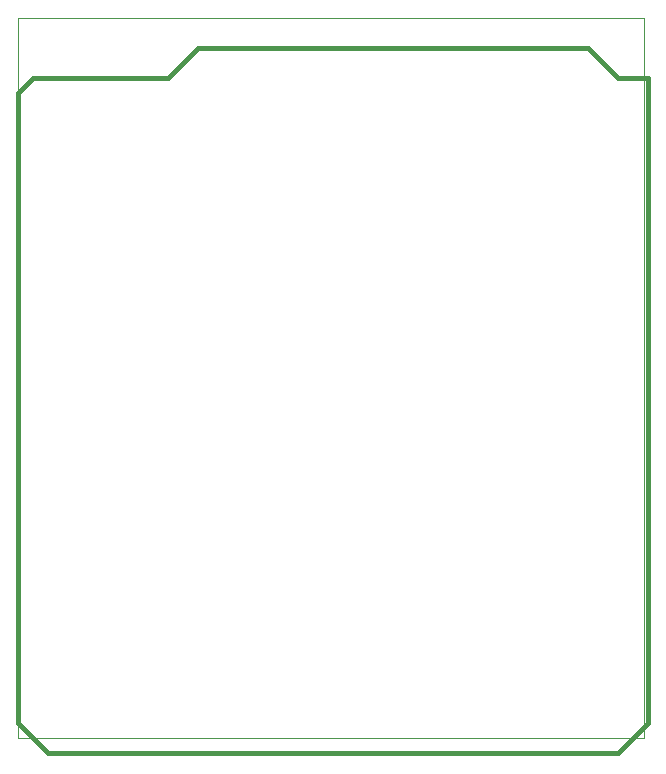
<source format=gbp>
G75*
%MOIN*%
%OFA0B0*%
%FSLAX24Y24*%
%IPPOS*%
%LPD*%
%AMOC8*
5,1,8,0,0,1.08239X$1,22.5*
%
%ADD10C,0.0000*%
%ADD11C,0.0160*%
D10*
X000500Y006752D02*
X000500Y007252D01*
X000500Y006752D02*
X021370Y006752D01*
X021370Y030748D01*
X000500Y030748D01*
X000500Y028252D01*
D11*
X000500Y007252D02*
X001500Y006252D01*
X020500Y006252D01*
X021500Y007252D01*
X021500Y028752D01*
X020500Y028752D01*
X019500Y029752D01*
X006500Y029752D01*
X005500Y028752D01*
X001000Y028752D01*
X000500Y028252D01*
X000500Y007252D01*
M02*

</source>
